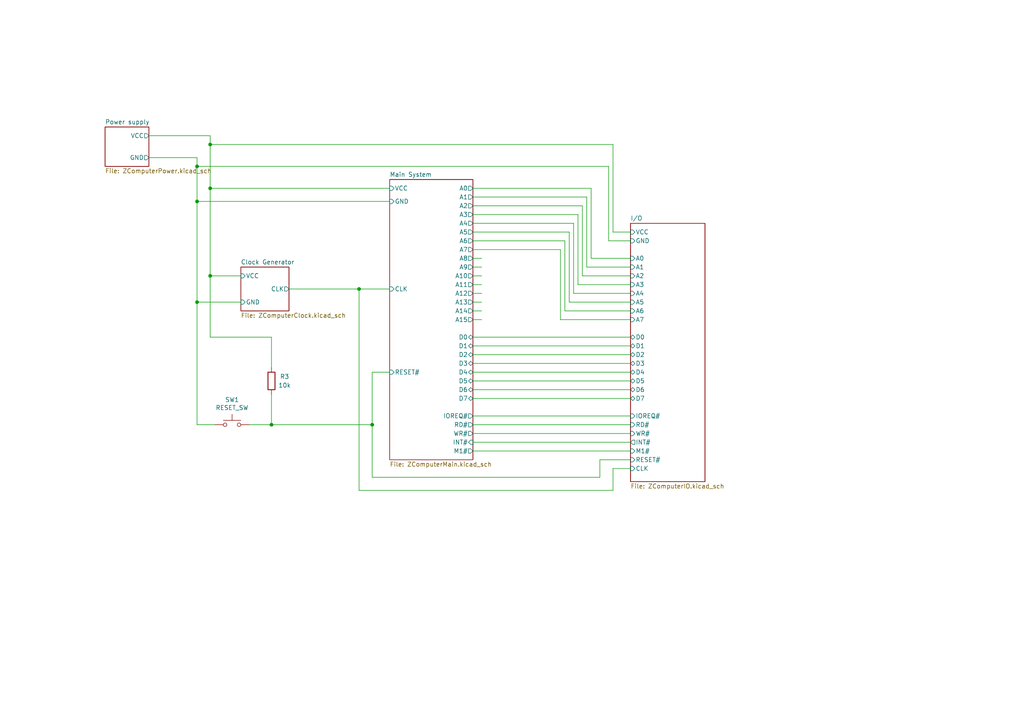
<source format=kicad_sch>
(kicad_sch (version 20211123) (generator eeschema)
  (paper "A4")
  (title_block (title "ZComputer") (date "2021-10-18") (rev "v1.1") (company "Maxime Chretien") (comment 1 "mchretien@linuxmail.org"))
  (lib_symbols
    (symbol "Device:R" (pin_numbers hide) (pin_names (offset 0))
      (property "Reference" "R" (at 2.032 0 90))
      (property "Value" "R" (at 0 0 90))
      (symbol "R_0_1"
        (rectangle (start -1.016 -2.54) (end 1.016 2.54) (stroke (width 0.254)))
      )
      (symbol "R_1_1"
        (pin passive line (at 0 3.81 270) (length 1.27) (name "~") (number "1"))
        (pin passive line (at 0 -3.81 90) (length 1.27) (name "~") (number "2"))
      )
    )
    (symbol "Switch:SW_Push" (pin_numbers hide) (pin_names (offset 1.016) hide)
      (property "Reference" "SW" (at 1.27 2.54 0))
      (property "Value" "SW_Push" (at 0 -1.524 0))
      (symbol "SW_Push_0_1"
        (circle (center -2.032 0) (radius 0.508))
        (polyline (pts (xy 0 1.27) (xy 0 3.048)))
        (polyline (pts (xy 2.54 1.27) (xy -2.54 1.27)))
        (circle (center 2.032 0) (radius 0.508))
        (pin passive line (at -5.08 0 0) (length 2.54) (name "1") (number "1"))
        (pin passive line (at 5.08 0 180) (length 2.54) (name "2") (number "2"))
      )
    )
  )
  (junction (at 104.14 83.82))
  (junction (at 57.15 87.63))
  (junction (at 107.95 123.19))
  (junction (at 60.96 80.01))
  (junction (at 78.74 123.19))
  (junction (at 57.15 48.26))
  (junction (at 60.96 41.91))
  (junction (at 60.96 54.61))
  (junction (at 57.15 58.42))
  (wire (pts (xy 137.16 107.95) (xy 182.88 107.95)))
  (wire (pts (xy 57.15 87.63) (xy 69.85 87.63)))
  (wire (pts (xy 69.85 80.01) (xy 60.96 80.01)))
  (wire (pts (xy 137.16 102.87) (xy 182.88 102.87)))
  (wire (pts (xy 137.16 77.47) (xy 139.7 77.47)))
  (wire (pts (xy 176.53 69.85) (xy 182.88 69.85)))
  (wire (pts (xy 78.74 123.19) (xy 107.95 123.19)))
  (wire (pts (xy 177.8 135.89) (xy 177.8 142.24)))
  (wire (pts (xy 137.16 105.41) (xy 182.88 105.41)))
  (wire (pts (xy 162.56 92.71) (xy 162.56 72.39)))
  (wire (pts (xy 177.8 67.31) (xy 182.88 67.31)))
  (wire (pts (xy 137.16 115.57) (xy 182.88 115.57)))
  (wire (pts (xy 137.16 80.01) (xy 139.7 80.01)))
  (wire (pts (xy 43.18 45.72) (xy 57.15 45.72)))
  (wire (pts (xy 168.91 59.69) (xy 168.91 80.01)))
  (wire (pts (xy 165.1 87.63) (xy 182.88 87.63)))
  (wire (pts (xy 107.95 107.95) (xy 107.95 123.19)))
  (wire (pts (xy 137.16 74.93) (xy 139.7 74.93)))
  (wire (pts (xy 137.16 92.71) (xy 139.7 92.71)))
  (wire (pts (xy 166.37 85.09) (xy 182.88 85.09)))
  (wire (pts (xy 113.03 107.95) (xy 107.95 107.95)))
  (wire (pts (xy 177.8 135.89) (xy 182.88 135.89)))
  (wire (pts (xy 137.16 130.81) (xy 182.88 130.81)))
  (wire (pts (xy 137.16 72.39) (xy 162.56 72.39)))
  (wire (pts (xy 107.95 138.43) (xy 173.99 138.43)))
  (wire (pts (xy 107.95 123.19) (xy 107.95 138.43)))
  (wire (pts (xy 137.16 59.69) (xy 168.91 59.69)))
  (wire (pts (xy 78.74 97.79) (xy 78.74 106.68)))
  (wire (pts (xy 177.8 41.91) (xy 177.8 67.31)))
  (wire (pts (xy 43.18 39.37) (xy 60.96 39.37)))
  (wire (pts (xy 171.45 54.61) (xy 171.45 74.93)))
  (wire (pts (xy 78.74 114.3) (xy 78.74 123.19)))
  (wire (pts (xy 137.16 100.33) (xy 182.88 100.33)))
  (wire (pts (xy 163.83 90.17) (xy 182.88 90.17)))
  (wire (pts (xy 165.1 87.63) (xy 165.1 67.31)))
  (wire (pts (xy 104.14 83.82) (xy 104.14 142.24)))
  (wire (pts (xy 57.15 123.19) (xy 62.23 123.19)))
  (wire (pts (xy 137.16 110.49) (xy 182.88 110.49)))
  (wire (pts (xy 137.16 85.09) (xy 139.7 85.09)))
  (wire (pts (xy 60.96 41.91) (xy 60.96 39.37)))
  (wire (pts (xy 171.45 74.93) (xy 182.88 74.93)))
  (wire (pts (xy 176.53 48.26) (xy 176.53 69.85)))
  (wire (pts (xy 72.39 123.19) (xy 78.74 123.19)))
  (wire (pts (xy 113.03 54.61) (xy 60.96 54.61)))
  (wire (pts (xy 60.96 80.01) (xy 60.96 54.61)))
  (wire (pts (xy 137.16 62.23) (xy 167.64 62.23)))
  (wire (pts (xy 173.99 133.35) (xy 182.88 133.35)))
  (wire (pts (xy 137.16 128.27) (xy 182.88 128.27)))
  (wire (pts (xy 137.16 125.73) (xy 182.88 125.73)))
  (wire (pts (xy 137.16 64.77) (xy 166.37 64.77)))
  (wire (pts (xy 137.16 97.79) (xy 182.88 97.79)))
  (wire (pts (xy 170.18 77.47) (xy 182.88 77.47)))
  (wire (pts (xy 60.96 41.91) (xy 177.8 41.91)))
  (wire (pts (xy 168.91 80.01) (xy 182.88 80.01)))
  (wire (pts (xy 57.15 48.26) (xy 57.15 58.42)))
  (wire (pts (xy 137.16 87.63) (xy 139.7 87.63)))
  (wire (pts (xy 104.14 142.24) (xy 177.8 142.24)))
  (wire (pts (xy 113.03 58.42) (xy 57.15 58.42)))
  (wire (pts (xy 83.82 83.82) (xy 104.14 83.82)))
  (wire (pts (xy 60.96 54.61) (xy 60.96 41.91)))
  (wire (pts (xy 57.15 45.72) (xy 57.15 48.26)))
  (wire (pts (xy 57.15 58.42) (xy 57.15 87.63)))
  (wire (pts (xy 57.15 87.63) (xy 57.15 123.19)))
  (wire (pts (xy 137.16 57.15) (xy 170.18 57.15)))
  (wire (pts (xy 137.16 120.65) (xy 182.88 120.65)))
  (wire (pts (xy 163.83 69.85) (xy 163.83 90.17)))
  (wire (pts (xy 167.64 82.55) (xy 167.64 62.23)))
  (wire (pts (xy 162.56 92.71) (xy 182.88 92.71)))
  (wire (pts (xy 173.99 138.43) (xy 173.99 133.35)))
  (wire (pts (xy 60.96 80.01) (xy 60.96 97.79)))
  (wire (pts (xy 167.64 82.55) (xy 182.88 82.55)))
  (wire (pts (xy 104.14 83.82) (xy 113.03 83.82)))
  (wire (pts (xy 57.15 48.26) (xy 176.53 48.26)))
  (wire (pts (xy 170.18 77.47) (xy 170.18 57.15)))
  (wire (pts (xy 137.16 69.85) (xy 163.83 69.85)))
  (wire (pts (xy 137.16 82.55) (xy 139.7 82.55)))
  (wire (pts (xy 137.16 67.31) (xy 165.1 67.31)))
  (wire (pts (xy 60.96 97.79) (xy 78.74 97.79)))
  (wire (pts (xy 137.16 54.61) (xy 171.45 54.61)))
  (wire (pts (xy 137.16 113.03) (xy 182.88 113.03)))
  (wire (pts (xy 166.37 64.77) (xy 166.37 85.09)))
  (wire (pts (xy 137.16 90.17) (xy 139.7 90.17)))
  (wire (pts (xy 137.16 123.19) (xy 182.88 123.19)))
  (symbol (lib_id "Switch:SW_Push") (at 67.31 123.19 0) (unit 1)
    (property "Reference" "SW1" (at 67.31 115.951 0))
    (property "Value" "RESET_SW" (at 67.31 118.2624 0))
  )
  (symbol (lib_id "Device:R") (at 78.74 110.49 180) (unit 1)
    (property "Reference" "R3" (at 82.55 109.22 0))
    (property "Value" "10k" (at 82.55 111.76 0))
  )
  (sheet (at 182.88 64.77) (size 21.59 74.93)
    (property "Sheet name" "I/O" (at 182.88 64.0584 0) (effects (justify left bottom)))
    (property "Sheet file" "ZComputerIO.kicad_sch" (at 182.88 140.2846 0) (effects (justify left top)))
    (pin "A0" input (at 182.88 74.93 180))
    (pin "A1" input (at 182.88 77.47 180))
    (pin "A2" input (at 182.88 80.01 180))
    (pin "A3" input (at 182.88 82.55 180))
    (pin "A4" input (at 182.88 85.09 180))
    (pin "A5" input (at 182.88 87.63 180))
    (pin "A6" input (at 182.88 90.17 180))
    (pin "A7" input (at 182.88 92.71 180))
    (pin "D0" bidirectional (at 182.88 97.79 180))
    (pin "D1" bidirectional (at 182.88 100.33 180))
    (pin "D2" bidirectional (at 182.88 102.87 180))
    (pin "D3" bidirectional (at 182.88 105.41 180))
    (pin "D4" bidirectional (at 182.88 107.95 180))
    (pin "D5" bidirectional (at 182.88 110.49 180))
    (pin "D6" bidirectional (at 182.88 113.03 180))
    (pin "D7" bidirectional (at 182.88 115.57 180))
    (pin "IOREQ#" input (at 182.88 120.65 180))
    (pin "RD#" input (at 182.88 123.19 180))
    (pin "WR#" input (at 182.88 125.73 180))
    (pin "INT#" output (at 182.88 128.27 180))
    (pin "VCC" input (at 182.88 67.31 180))
    (pin "GND" input (at 182.88 69.85 180))
    (pin "M1#" input (at 182.88 130.81 180))
    (pin "CLK" input (at 182.88 135.89 180))
    (pin "RESET#" input (at 182.88 133.35 180))
  )
  (sheet (at 113.03 52.07) (size 24.13 81.28)
    (property "Sheet name" "Main System" (at 113.03 51.3584 0) (effects (justify left bottom)))
    (property "Sheet file" "ZComputerMain.kicad_sch" (at 113.03 133.9346 0) (effects (justify left top)))
    (pin "CLK" input (at 113.03 83.82 180))
    (pin "VCC" input (at 113.03 54.61 180))
    (pin "GND" input (at 113.03 58.42 180))
    (pin "A0" output (at 137.16 54.61 0))
    (pin "A1" output (at 137.16 57.15 0))
    (pin "A2" output (at 137.16 59.69 0))
    (pin "A3" output (at 137.16 62.23 0))
    (pin "A4" output (at 137.16 64.77 0))
    (pin "A5" output (at 137.16 67.31 0))
    (pin "A6" output (at 137.16 69.85 0))
    (pin "A7" output (at 137.16 72.39 0))
    (pin "A8" output (at 137.16 74.93 0))
    (pin "A9" output (at 137.16 77.47 0))
    (pin "A10" output (at 137.16 80.01 0))
    (pin "A11" output (at 137.16 82.55 0))
    (pin "A12" output (at 137.16 85.09 0))
    (pin "A13" output (at 137.16 87.63 0))
    (pin "A14" output (at 137.16 90.17 0))
    (pin "A15" output (at 137.16 92.71 0))
    (pin "D0" bidirectional (at 137.16 97.79 0))
    (pin "D1" bidirectional (at 137.16 100.33 0))
    (pin "D2" bidirectional (at 137.16 102.87 0))
    (pin "D3" bidirectional (at 137.16 105.41 0))
    (pin "D4" bidirectional (at 137.16 107.95 0))
    (pin "D5" bidirectional (at 137.16 110.49 0))
    (pin "D6" bidirectional (at 137.16 113.03 0))
    (pin "D7" bidirectional (at 137.16 115.57 0))
    (pin "IOREQ#" output (at 137.16 120.65 0))
    (pin "RD#" output (at 137.16 123.19 0))
    (pin "WR#" output (at 137.16 125.73 0))
    (pin "INT#" input (at 137.16 128.27 0))
    (pin "M1#" output (at 137.16 130.81 0))
    (pin "RESET#" input (at 113.03 107.95 180))
  )
  (sheet (at 30.48 36.83) (size 12.7 11.43)
    (property "Sheet name" "Power supply" (at 30.48 36.1184 0) (effects (justify left bottom)))
    (property "Sheet file" "ZComputerPower.kicad_sch" (at 30.48 48.8446 0) (effects (justify left top)))
    (pin "VCC" output (at 43.18 39.37 0))
    (pin "GND" output (at 43.18 45.72 0))
  )
  (sheet (at 69.85 77.47) (size 13.97 12.7)
    (property "Sheet name" "Clock Generator" (at 69.85 76.7584 0) (effects (justify left bottom)))
    (property "Sheet file" "ZComputerClock.kicad_sch" (at 69.85 90.7546 0) (effects (justify left top)))
    (pin "VCC" input (at 69.85 80.01 180))
    (pin "GND" input (at 69.85 87.63 180))
    (pin "CLK" output (at 83.82 83.82 0))
  )
)
</source>
